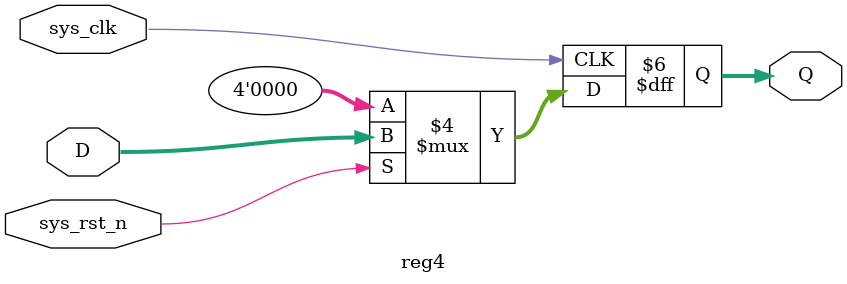
<source format=v>
module reg4(
    input               sys_clk,
    input               sys_rst_n,
    input    [3 : 0]    D,
    output   [3 : 0]    Q
);

    reg [3 : 0] Q;
    
    always @(posedge sys_clk) begin
    
        if (!sys_rst_n) Q <= 0;
        else            Q <= D;
    
    end
    
endmodule
</source>
